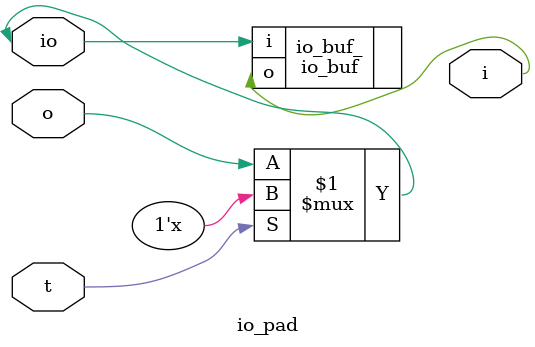
<source format=sv>
module io_pad (
    inout   wire    io,
    output  logic   i,
    input   logic   o,
    input   logic   t
);

bufif0 tri_buf_ (io, o, t);
io_buf io_buf_ (.i(io), .o(i));

endmodule
</source>
